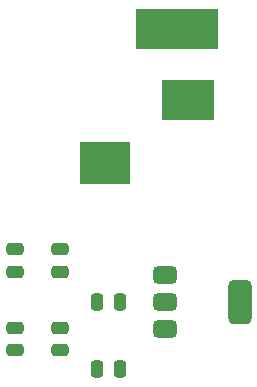
<source format=gbr>
%TF.GenerationSoftware,KiCad,Pcbnew,8.0.5*%
%TF.CreationDate,2024-11-09T04:24:37+05:30*%
%TF.ProjectId,dc_power,64635f70-6f77-4657-922e-6b696361645f,rev?*%
%TF.SameCoordinates,Original*%
%TF.FileFunction,Paste,Top*%
%TF.FilePolarity,Positive*%
%FSLAX46Y46*%
G04 Gerber Fmt 4.6, Leading zero omitted, Abs format (unit mm)*
G04 Created by KiCad (PCBNEW 8.0.5) date 2024-11-09 04:24:37*
%MOMM*%
%LPD*%
G01*
G04 APERTURE LIST*
G04 Aperture macros list*
%AMRoundRect*
0 Rectangle with rounded corners*
0 $1 Rounding radius*
0 $2 $3 $4 $5 $6 $7 $8 $9 X,Y pos of 4 corners*
0 Add a 4 corners polygon primitive as box body*
4,1,4,$2,$3,$4,$5,$6,$7,$8,$9,$2,$3,0*
0 Add four circle primitives for the rounded corners*
1,1,$1+$1,$2,$3*
1,1,$1+$1,$4,$5*
1,1,$1+$1,$6,$7*
1,1,$1+$1,$8,$9*
0 Add four rect primitives between the rounded corners*
20,1,$1+$1,$2,$3,$4,$5,0*
20,1,$1+$1,$4,$5,$6,$7,0*
20,1,$1+$1,$6,$7,$8,$9,0*
20,1,$1+$1,$8,$9,$2,$3,0*%
G04 Aperture macros list end*
%ADD10R,4.200000X3.600000*%
%ADD11R,4.400000X3.400000*%
%ADD12R,7.000000X3.400000*%
%ADD13RoundRect,0.375000X-0.625000X-0.375000X0.625000X-0.375000X0.625000X0.375000X-0.625000X0.375000X0*%
%ADD14RoundRect,0.500000X-0.500000X-1.400000X0.500000X-1.400000X0.500000X1.400000X-0.500000X1.400000X0*%
%ADD15RoundRect,0.250000X0.250000X0.475000X-0.250000X0.475000X-0.250000X-0.475000X0.250000X-0.475000X0*%
%ADD16RoundRect,0.250000X-0.250000X-0.475000X0.250000X-0.475000X0.250000X0.475000X-0.250000X0.475000X0*%
%ADD17RoundRect,0.250000X0.475000X-0.250000X0.475000X0.250000X-0.475000X0.250000X-0.475000X-0.250000X0*%
G04 APERTURE END LIST*
D10*
%TO.C,J1*%
X60950000Y-67650000D03*
D11*
X68040000Y-62330000D03*
D12*
X67120000Y-56280000D03*
%TD*%
D13*
%TO.C,U1*%
X66090000Y-77075000D03*
X66090000Y-79375000D03*
X66090000Y-81675000D03*
D14*
X72390000Y-79375000D03*
%TD*%
D15*
%TO.C,FB2*%
X62230000Y-79375000D03*
X60330000Y-79375000D03*
%TD*%
D16*
%TO.C,FB1*%
X60330000Y-85090000D03*
X62230000Y-85090000D03*
%TD*%
D17*
%TO.C,C4*%
X53340000Y-76830000D03*
X53340000Y-74930000D03*
%TD*%
%TO.C,C3*%
X57150000Y-76830000D03*
X57150000Y-74930000D03*
%TD*%
%TO.C,C2*%
X53340000Y-83500000D03*
X53340000Y-81600000D03*
%TD*%
%TO.C,C1*%
X57150000Y-83500000D03*
X57150000Y-81600000D03*
%TD*%
M02*

</source>
